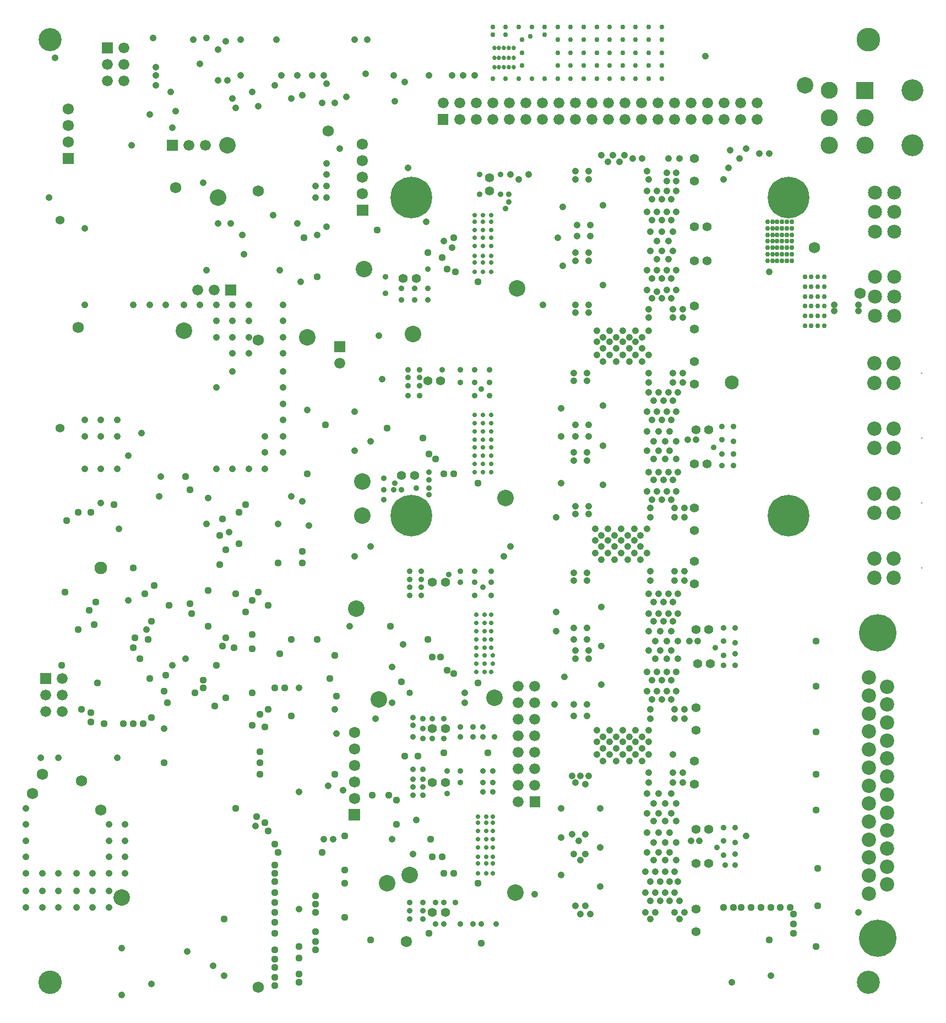
<source format=gbr>
G04 start of page 9 for group -4062 idx -4062 *
G04 Title: (unknown), soldermask *
G04 Creator: pcb 4.2.0 *
G04 CreationDate: Fri Sep 20 02:47:34 2019 UTC *
G04 For: doug *
G04 Format: Gerber/RS-274X *
G04 PCB-Dimensions (mil): 5602.36 6102.36 *
G04 PCB-Coordinate-Origin: lower left *
%MOIN*%
%FSLAX25Y25*%
%LNBOTTOMMASK*%
%ADD182C,0.0270*%
%ADD181C,0.0440*%
%ADD180C,0.0400*%
%ADD179C,0.0300*%
%ADD178C,0.0840*%
%ADD177C,0.0680*%
%ADD176C,0.0280*%
%ADD175C,0.0420*%
%ADD174C,0.0439*%
%ADD173C,0.0349*%
%ADD172C,0.0764*%
%ADD171C,0.1418*%
%ADD170C,0.2520*%
%ADD169C,0.1320*%
%ADD168C,0.1027*%
%ADD167C,0.1047*%
%ADD166C,0.1438*%
%ADD165C,0.0850*%
%ADD164C,0.0079*%
%ADD163C,0.0551*%
%ADD162C,0.0866*%
%ADD161C,0.2257*%
%ADD160C,0.0535*%
%ADD159C,0.0679*%
%ADD158C,0.0660*%
%ADD157C,0.1000*%
%ADD156C,0.0001*%
%ADD155C,0.1398*%
G54D155*X19685Y590551D03*
G54D156*G36*
X27118Y522094D02*Y515307D01*
X33906D01*
Y522094D01*
X27118D01*
G37*
G54D157*X126969Y526575D03*
X121063Y495079D03*
G54D156*G36*
X90204Y529875D02*Y523275D01*
X96804D01*
Y529875D01*
X90204D01*
G37*
G54D158*X103504Y526575D03*
X113504D03*
G54D159*X30512Y528701D03*
G54D160*X25591Y355315D03*
Y481299D03*
G54D159*X30512Y538701D03*
Y548701D03*
G54D156*G36*
X50834Y588930D02*Y582330D01*
X57434D01*
Y588930D01*
X50834D01*
G37*
G54D158*X64134Y585630D03*
X54134Y575630D03*
X64134D03*
X54134Y565630D03*
X64134D03*
G54D156*G36*
X125637Y442276D02*Y435676D01*
X132237D01*
Y442276D01*
X125637D01*
G37*
G54D158*X118937Y438976D03*
X108937D03*
G54D157*X100394Y414370D03*
G54D156*G36*
X191582Y407828D02*Y401228D01*
X198182D01*
Y407828D01*
X191582D01*
G37*
G54D158*X194882Y394528D03*
G54D157*X239173Y412402D03*
X302165Y439961D03*
X209646Y451772D03*
G54D158*X257362Y552244D03*
G54D156*G36*
X254062Y545544D02*Y538944D01*
X260662D01*
Y545544D01*
X254062D01*
G37*
G54D158*X267362Y552244D03*
Y542244D03*
X277362Y552244D03*
Y542244D03*
X287362Y552244D03*
Y542244D03*
X297362Y552244D03*
X307362D03*
X317362D03*
X297362Y542244D03*
X307362D03*
X317362D03*
X327362Y552244D03*
X337362D03*
X347362D03*
X357362D03*
X327362Y542244D03*
X337362D03*
X347362D03*
X357362D03*
X367362Y552244D03*
X377362D03*
X387362D03*
X397362D03*
X407362D03*
X367362Y542244D03*
X377362D03*
X387362D03*
X397362D03*
X407362D03*
G54D161*X520669Y46181D03*
G54D162*X515079Y73346D03*
Y84252D03*
X526260Y78799D03*
G54D155*X514764Y19685D03*
G54D162*X515079Y95157D03*
X526260Y89705D03*
G54D163*X410433Y91535D03*
X418307D03*
G54D164*X547244Y388583D03*
G54D162*X518425Y343307D03*
Y355118D03*
X530236D03*
Y343307D03*
G54D164*X547244Y349213D03*
G54D162*X518425Y382677D03*
Y394488D03*
X530236D03*
Y382677D03*
X518425Y303937D03*
Y264567D03*
Y276378D03*
G54D161*X520669Y231378D03*
G54D162*X530236Y315748D03*
G54D164*X547244Y309843D03*
G54D162*X530236Y303937D03*
Y276378D03*
Y264567D03*
G54D164*X547244Y270472D03*
G54D165*X530512Y423228D03*
Y435039D03*
Y446850D03*
G54D162*X515079Y116969D03*
Y127874D03*
Y138780D03*
Y149685D03*
Y160591D03*
Y171496D03*
Y182402D03*
Y193307D03*
Y204213D03*
G54D166*X514764Y590551D03*
G54D165*X518701Y423228D03*
Y435039D03*
Y446850D03*
G54D156*G36*
X507658Y564980D02*Y554706D01*
X517932D01*
Y564980D01*
X507658D01*
G37*
G54D167*X512795Y543307D03*
Y526772D03*
G54D168*X491142Y559843D03*
Y543307D03*
G54D167*Y526772D03*
G54D162*X515079Y106063D03*
X526260Y100610D03*
Y111516D03*
Y122421D03*
Y133327D03*
Y144232D03*
Y155138D03*
Y166043D03*
Y176949D03*
Y187854D03*
Y198760D03*
G54D163*X411417Y212598D03*
X419291D03*
G54D169*X541535Y559843D03*
Y526772D03*
G54D165*X518701Y474409D03*
Y486220D03*
Y498031D03*
X530512Y474409D03*
Y486220D03*
Y498031D03*
G54D158*X417362Y552244D03*
Y542244D03*
X427362Y552244D03*
Y542244D03*
X437362Y552244D03*
Y542244D03*
X447362Y552244D03*
Y542244D03*
G54D170*X238189Y495079D03*
G54D156*G36*
X205268Y490598D02*Y483811D01*
X212055D01*
Y490598D01*
X205268D01*
G37*
G54D159*X208661Y497205D03*
Y507205D03*
Y517205D03*
Y527205D03*
G54D157*X175197Y410433D03*
G54D163*X285433Y506890D03*
Y499016D03*
X233268Y445866D03*
X241142D03*
G54D170*X466535Y495079D03*
G54D163*X409449Y456693D03*
X417323D03*
X409449Y477362D03*
X417323D03*
X409449Y429134D03*
Y415354D03*
Y504921D03*
G54D157*X476378Y562992D03*
G54D171*X19685Y19685D03*
G54D157*X62992Y70866D03*
G54D156*G36*
X13432Y207040D02*Y200440D01*
X20032D01*
Y207040D01*
X13432D01*
G37*
G54D158*X26732Y203740D03*
X16732Y193740D03*
X26732D03*
X16732Y183740D03*
X26732D03*
G54D172*X50197Y270669D03*
G54D156*G36*
X200346Y124457D02*Y117669D01*
X207134D01*
Y124457D01*
X200346D01*
G37*
G54D163*X250984Y140748D03*
X258858D03*
G54D159*X203740Y131063D03*
Y141063D03*
Y151063D03*
Y161063D03*
Y171063D03*
G54D163*X250984Y173228D03*
X258858D03*
G54D157*X301181Y73819D03*
G54D163*X250984Y62008D03*
X258858D03*
G54D157*X237205Y84646D03*
X223425Y79724D03*
G54D158*X302992Y188937D03*
X312992Y198937D03*
X302992D03*
G54D163*X409449Y139764D03*
X410433Y63976D03*
Y50197D03*
Y112205D03*
X409449Y153543D03*
X410433Y172244D03*
G54D162*X518425Y315748D03*
G54D170*X238189Y302165D03*
X466535D03*
G54D163*X409449Y307087D03*
Y293307D03*
G54D157*X295276Y312992D03*
G54D163*X409449Y333661D03*
X232283Y326772D03*
X240157D03*
X417323Y333661D03*
X409449Y381890D03*
Y395669D03*
X410433Y354331D03*
X418307D03*
G54D157*X208661Y302165D03*
Y322835D03*
G54D163*X410433Y233268D03*
X418307D03*
X410433Y186024D03*
X418307Y112205D03*
X409449Y260827D03*
Y274606D03*
Y518701D03*
X248031Y383858D03*
X255906D03*
X250984Y261811D03*
X258858D03*
G54D157*X204724Y246063D03*
X288386Y191929D03*
X218504Y190945D03*
G54D156*G36*
X309692Y132237D02*Y125637D01*
X316292D01*
Y132237D01*
X309692D01*
G37*
G54D158*X302992Y128937D03*
X312992Y138937D03*
X302992D03*
X312992Y148937D03*
X302992D03*
X312992Y158937D03*
X302992D03*
X312992Y168937D03*
X302992D03*
X312992Y178937D03*
X302992D03*
X312992Y188937D03*
G54D173*X267717Y390748D03*
X276575D03*
X267717Y382874D03*
X285433Y390748D03*
Y382874D03*
X276575D03*
X280512Y378937D03*
X276575Y375000D03*
X285433D03*
X256890Y390748D03*
X236220Y375000D03*
X243110D03*
X236220Y380906D03*
G54D174*X249016Y339567D03*
X245079Y349409D03*
G54D173*X243110Y380906D03*
X236220Y385827D03*
X243110D03*
Y390748D03*
X236220D03*
X221457Y324803D03*
Y312008D03*
X222441Y446850D03*
Y437008D03*
G54D175*X220472Y384843D03*
X218504Y411417D03*
G54D174*X223425Y355315D03*
X252953Y336614D03*
G54D173*X228346Y321850D03*
X249016Y323819D03*
Y328740D03*
X232283Y317913D03*
X227362D03*
X221457D03*
X241142Y318898D03*
X249016D03*
Y314961D03*
G54D174*X263780Y327756D03*
X186024Y357283D03*
G54D175*X175197Y366142D03*
G54D174*X257874Y327756D03*
G54D175*X203740Y365157D03*
Y341535D03*
X213583Y347441D03*
G54D176*X276575Y363189D03*
X281496D03*
X276575Y358268D03*
X281496D03*
G54D174*X278543Y443898D03*
X175197Y327756D03*
G54D175*X172244Y311024D03*
X165354Y313976D03*
X176181Y296260D03*
G54D174*X145669Y255906D03*
G54D175*X157480Y297244D03*
X127953Y292323D03*
X203740Y277559D03*
X213583Y283465D03*
G54D176*X286417Y363189D03*
Y353346D03*
Y348425D03*
Y358268D03*
X276575Y353346D03*
X281496D03*
X276575Y348425D03*
X281496D03*
X276575Y343504D03*
X281496D03*
X286417D03*
X276575Y338583D03*
X281496D03*
X276575Y333661D03*
X281496D03*
X286417Y338583D03*
Y328740D03*
Y333661D03*
X276575Y328740D03*
X281496D03*
G54D174*X278543Y321850D03*
G54D173*X232283Y439961D03*
Y433071D03*
X240157D03*
Y439961D03*
X248031D03*
Y433071D03*
Y451772D03*
G54D174*X264764Y449803D03*
X256890Y458661D03*
X259843Y451772D03*
G54D175*X257874Y468504D03*
X262795Y464567D03*
G54D174*X248031Y461614D03*
G54D175*X247047Y480315D03*
G54D174*X217520Y475394D03*
G54D175*X236220Y512795D03*
G54D174*X263780Y470472D03*
G54D176*X276575Y475394D03*
Y480315D03*
X286417Y475394D03*
Y480315D03*
X281496Y475394D03*
Y470472D03*
Y480315D03*
X276575Y470472D03*
Y465551D03*
Y459646D03*
Y449803D03*
Y455709D03*
X286417Y470472D03*
Y465551D03*
Y459646D03*
Y449803D03*
Y455709D03*
X281496Y465551D03*
Y459646D03*
Y449803D03*
Y455709D03*
G54D174*X181102Y446850D03*
X173228Y470472D03*
G54D175*X171260Y443898D03*
G54D177*X145669Y499016D03*
G54D175*X154528Y484252D03*
X181102Y472441D03*
X169291Y479331D03*
X187008Y477362D03*
Y495079D03*
X180118D03*
X187008Y501969D03*
X180118D03*
X187008Y508858D03*
Y515748D03*
X160433Y400591D03*
Y389764D03*
Y379921D03*
Y370079D03*
Y360236D03*
Y350394D03*
Y340551D03*
X149606D03*
Y350394D03*
Y330709D03*
X128937Y479331D03*
X121063D03*
X114173Y450787D03*
X136811Y460630D03*
X135827Y472441D03*
G54D177*X145669Y408465D03*
G54D175*X160433Y430118D03*
Y420276D03*
Y410433D03*
X158465Y450787D03*
G54D173*X295276Y488189D03*
X297244Y492126D03*
Y497047D03*
X292323D03*
X279528Y508858D03*
X292323D03*
G54D175*X298228D03*
X303150Y505906D03*
X309055Y508858D03*
G54D173*X279528Y497047D03*
G54D176*X276575Y484252D03*
X286417D03*
X281496D03*
G54D175*X353346Y520669D03*
X357283Y516732D03*
X360236Y520669D03*
X364173Y516732D03*
X367126Y520669D03*
X372047Y518701D03*
X377953D03*
X337598Y510827D03*
X345472D03*
Y505906D03*
X337598D03*
X380906Y499016D03*
X383858Y494094D03*
X354331Y490157D03*
X380906Y510827D03*
X381890Y505906D03*
X380906Y486220D03*
X383858Y481299D03*
X382874Y474409D03*
X338583Y478346D03*
X346457D03*
Y471457D03*
X338583D03*
X326772Y470472D03*
X329724Y489173D03*
X349409Y279528D03*
X357283D03*
X365157D03*
X373031D03*
X298228Y283465D03*
X294291Y277559D03*
X369094Y275591D03*
X361220D03*
Y283465D03*
X353346Y275591D03*
X336614Y267717D03*
X344488D03*
Y262795D03*
X336614D03*
X361220Y290354D03*
X349409Y287402D03*
X357283D03*
X353346Y283465D03*
X349409Y294291D03*
X357283D03*
X353346Y290354D03*
X380906Y279528D03*
Y294291D03*
X382874Y301181D03*
X376969Y275591D03*
Y283465D03*
Y290354D03*
X365157Y287402D03*
X373031D03*
X369094Y283465D03*
X365157Y294291D03*
X373031D03*
X369094Y290354D03*
X382874Y268701D03*
Y262795D03*
X381890Y254921D03*
X382874Y307087D03*
X380906Y316929D03*
X383858Y312008D03*
X381890Y328740D03*
X384843Y323819D03*
X337598Y308071D03*
Y303150D03*
X345472Y308071D03*
Y303150D03*
X325787Y301181D03*
X328740Y321850D03*
X354331Y320866D03*
X381890Y388780D03*
Y382874D03*
X336614Y388780D03*
X344488D03*
Y383858D03*
X336614D03*
X354331Y369094D03*
Y395669D03*
X380906Y365157D03*
X383858Y360236D03*
X380906Y353346D03*
X384843Y347441D03*
X380906Y341535D03*
X384843Y336614D03*
X336614Y340551D03*
X344488D03*
Y335630D03*
X336614D03*
X354331Y344488D03*
X328740Y350394D03*
X337598Y357283D03*
X345472D03*
X337598Y350394D03*
X345472D03*
X328740Y367126D03*
X381890Y376969D03*
X384843Y372047D03*
X374016Y399606D03*
X381890D03*
X377953Y395669D03*
X370079D03*
X350394Y399606D03*
Y407480D03*
X358268D03*
X362205Y403543D03*
X354331D03*
X350394Y414370D03*
X354331Y410433D03*
X358268Y399606D03*
X366142D03*
X362205Y395669D03*
X374016Y407480D03*
X377953Y403543D03*
X370079D03*
X377953Y410433D03*
X358268Y414370D03*
X366142D03*
X374016D03*
X381890D03*
X366142Y407480D03*
X370079Y410433D03*
X362205D03*
X381890Y422244D03*
Y427165D03*
X380906Y438976D03*
X383858Y434055D03*
X380906Y450787D03*
X383858Y445866D03*
X382874Y462598D03*
X337598Y461614D03*
X345472D03*
Y456693D03*
X354331Y441929D03*
X337598Y456693D03*
X329724Y453740D03*
X345472Y430118D03*
X337598D03*
X317913D03*
X345472Y425197D03*
X337598D03*
X407480Y105315D03*
X406496Y226378D03*
X411417D03*
X405512Y348425D03*
X410433D03*
G54D173*X428150Y90551D03*
X427165Y217520D03*
Y211614D03*
X426181Y348425D03*
Y339567D03*
Y332677D03*
X421260Y343504D03*
G54D175*X403543Y185039D03*
X395669Y190945D03*
X392717Y195866D03*
X398622D03*
X395669Y202756D03*
X392717Y207677D03*
X398622D03*
X399606Y215551D03*
X392717D03*
X395669Y232283D03*
Y220472D03*
X393701Y243110D03*
X399606D03*
X396654Y238189D03*
X399606Y226378D03*
X392717D03*
X387795Y254921D03*
X393701D03*
X399606D03*
X396654Y250000D03*
X398622Y347441D03*
Y336614D03*
X391732Y347441D03*
X387795Y341535D03*
X394685D03*
X391732Y336614D03*
G54D173*X433071Y356299D03*
Y347441D03*
G54D175*X396654Y388780D03*
Y382874D03*
X402559D03*
Y388780D03*
X399606Y376969D03*
X396654Y372047D03*
X394685Y353346D03*
G54D178*X432087Y382874D03*
G54D179*X488189Y435039D03*
Y429134D03*
G54D175*X494094Y430118D03*
Y426181D03*
G54D179*X484252Y435039D03*
Y429134D03*
X480315D03*
X476378D03*
X488189Y423228D03*
X484252D03*
X488189Y417323D03*
X480315Y423228D03*
X476378D03*
X484252Y417323D03*
X480315D03*
X476378D03*
G54D175*X508858Y430118D03*
G54D177*X509843Y437008D03*
G54D175*X508858Y426181D03*
G54D173*X423228Y101378D03*
G54D175*X432087Y19685D03*
G54D174*X469488Y61024D03*
Y49213D03*
Y55118D03*
X483268Y41339D03*
X484252Y88583D03*
X467520Y64961D03*
G54D175*X508858Y62008D03*
G54D174*X484252Y65945D03*
X461614Y64961D03*
G54D175*X455709Y23622D03*
G54D174*X454724Y45276D03*
X455709Y64961D03*
X449803D03*
X443898D03*
X437992D03*
X433071D03*
X427165D03*
G54D175*X440945Y108268D03*
G54D174*X483268Y124016D03*
G54D175*X412402Y105315D03*
X396654Y140748D03*
X402559D03*
G54D173*X427165Y113189D03*
X434055D03*
X427165Y105315D03*
X434055Y104331D03*
Y97441D03*
X427165Y96457D03*
X434055Y90551D03*
Y211614D03*
G54D175*X396654Y157480D03*
Y146654D03*
X402559D03*
X397638Y185039D03*
Y179134D03*
X403543D03*
G54D174*X483268Y198819D03*
Y171260D03*
Y226378D03*
Y145669D03*
G54D173*X427165Y234252D03*
Y226378D03*
X422244Y222441D03*
X426181Y356299D03*
X434055Y234252D03*
Y225394D03*
Y218504D03*
X433071Y339567D03*
Y332677D03*
G54D175*X397638Y268701D03*
Y262795D03*
X403543D03*
Y268701D03*
X390748Y250000D03*
X386811Y316929D03*
X392717D03*
X389764Y312008D03*
X397638Y307087D03*
Y301181D03*
X403543D03*
Y307087D03*
X398622Y316929D03*
X395669Y312008D03*
X387795Y328740D03*
X393701D03*
X396654Y323819D03*
X390748D03*
X399606Y328740D03*
X398622Y365157D03*
X386811D03*
X392717D03*
X395669Y360236D03*
X389764D03*
X387795Y376969D03*
X393701D03*
X390748Y372047D03*
X387795Y353346D03*
G54D179*X488189Y446850D03*
X484252D03*
X488189Y440945D03*
X480315Y446850D03*
X476378D03*
X484252Y440945D03*
X480315D03*
X476378D03*
X480315Y435039D03*
X476378D03*
G54D177*X482283Y464567D03*
G54D175*X396654Y427165D03*
X402559D03*
X396654Y422244D03*
X402559D03*
X386811Y437992D03*
X392717Y438976D03*
X398622D03*
X395669Y434055D03*
X389764D03*
X386811Y450787D03*
X392717D03*
X395669Y445866D03*
X389764D03*
X398622Y450787D03*
Y486220D03*
X393701Y468504D03*
X389764Y462598D03*
X386811Y457677D03*
X396654Y462598D03*
X393701Y457677D03*
X386811Y486220D03*
X395669Y481299D03*
X389764D03*
Y474409D03*
X396654D03*
X386811Y468504D03*
Y499016D03*
X392717Y486220D03*
Y499016D03*
X398622D03*
X395669Y494094D03*
X389764D03*
G54D179*X462598Y456693D03*
Y460630D03*
X465551Y456693D03*
Y460630D03*
X462598Y464567D03*
X465551D03*
X459646D03*
X456693D03*
X468504D03*
X459646Y456693D03*
Y460630D03*
X456693Y456693D03*
Y460630D03*
X453740D03*
Y464567D03*
G54D175*X454724Y449803D03*
G54D179*X453740Y456693D03*
X468504D03*
Y460630D03*
X462598Y472441D03*
Y468504D03*
X465551Y472441D03*
Y468504D03*
X468504Y472441D03*
Y468504D03*
X462598Y480315D03*
Y476378D03*
X465551Y480315D03*
Y476378D03*
X468504Y480315D03*
Y476378D03*
X459646Y472441D03*
Y468504D03*
X456693Y472441D03*
Y468504D03*
X459646Y480315D03*
Y476378D03*
X456693Y480315D03*
Y476378D03*
X453740Y472441D03*
Y476378D03*
Y468504D03*
Y480315D03*
X389764Y598425D03*
Y590551D03*
Y582677D03*
G54D175*X416339Y580709D03*
G54D179*X389764Y574803D03*
Y566929D03*
G54D175*X393701Y518701D03*
X400591D03*
X392717Y509843D03*
X398622D03*
Y504921D03*
X392717D03*
X454724Y521654D03*
X448819D03*
X440945Y524606D03*
X437008Y518701D03*
X431102Y523622D03*
X430118Y512795D03*
X427165Y505906D03*
G54D173*X237205Y67913D03*
X239173Y148622D03*
Y142717D03*
Y137795D03*
Y132874D03*
X245079Y62992D03*
Y58071D03*
Y148622D03*
Y142717D03*
Y137795D03*
Y132874D03*
X267717Y140748D03*
X259843Y133858D03*
G54D174*X263780Y85630D03*
X256890Y95472D03*
X250984D03*
X257874Y85630D03*
X250000Y106299D03*
G54D175*X241142Y118110D03*
X239173Y97441D03*
G54D173*X264764Y67913D03*
X257874D03*
Y55118D03*
X267717D03*
X275591D03*
X280512D03*
X289370D03*
X252953D03*
X245079Y67913D03*
X252953D03*
G54D174*X249016Y49213D03*
G54D173*X237205Y62992D03*
Y58071D03*
G54D159*X235236Y44291D03*
G54D174*X280512Y43307D03*
X278543Y79724D03*
X213583Y45276D03*
X155512Y22638D03*
X170276Y24606D03*
Y34449D03*
Y19685D03*
X155512Y33465D03*
Y28543D03*
Y39370D03*
Y49213D03*
Y56102D03*
X170276Y41339D03*
X180118Y44291D03*
Y50197D03*
Y62008D03*
Y39370D03*
X155512Y17717D03*
G54D177*X145669Y16732D03*
G54D174*X197835Y87598D03*
Y79724D03*
Y59055D03*
X229331Y115157D03*
X197835Y108268D03*
X224409Y132874D03*
X214567D03*
X229331Y129921D03*
X191929Y145669D03*
G54D175*X187992Y138780D03*
X196850Y135827D03*
X190945Y106299D03*
X226378D03*
G54D174*X180118Y66929D03*
G54D175*X170276Y63976D03*
G54D174*X155512Y85630D03*
Y90551D03*
X157480Y98425D03*
X155512Y103346D03*
X180118Y71850D03*
X184055Y98425D03*
X155512Y62008D03*
Y67913D03*
Y73819D03*
Y80709D03*
G54D175*X170276Y134843D03*
X185039Y106299D03*
G54D174*X78740Y227362D03*
X80709Y238189D03*
X70866Y228346D03*
G54D175*X77756Y233268D03*
G54D174*X48228Y200787D03*
X79724Y203740D03*
X73819Y215551D03*
X69882Y222441D03*
X130906D03*
X141732Y230315D03*
X125984Y228346D03*
X112205Y202756D03*
Y197835D03*
X107283Y194882D03*
X161417Y197835D03*
X141732Y194882D03*
X88583Y195866D03*
X141732Y221457D03*
X158465Y218504D03*
X115157Y235236D03*
X124016Y223425D03*
G54D175*X93504Y211614D03*
X101378Y215551D03*
G54D174*X28543Y255906D03*
X26575Y211614D03*
X44291Y177165D03*
X52165Y176181D03*
X63976D03*
X69882D03*
X75787D03*
X80709Y180118D03*
X47244Y250000D03*
X43307Y245079D03*
X46260Y236220D03*
X36417Y233268D03*
X141732Y175197D03*
X165354Y181102D03*
X119094Y187008D03*
X146654Y182087D03*
X151575Y185039D03*
X120079Y211614D03*
X89567Y205709D03*
X90551Y188976D03*
X88583Y152559D03*
G54D175*Y173228D03*
G54D174*X125984Y191929D03*
G54D173*X287402Y140748D03*
Y134843D03*
X288386Y168307D03*
G54D174*X263780Y206693D03*
X284449Y158465D03*
G54D176*X277559Y207677D03*
G54D174*X278543Y200787D03*
G54D175*X270669Y188976D03*
Y194882D03*
G54D173*X267717Y174213D03*
X281496D03*
G54D176*X286417Y207677D03*
X282480D03*
G54D173*X237205Y253937D03*
Y258858D03*
Y263780D03*
Y268701D03*
G54D180*Y194882D03*
G54D173*X244094Y253937D03*
Y258858D03*
Y263780D03*
Y268701D03*
G54D174*X181102Y227362D03*
G54D175*X191929Y185039D03*
X226378Y188976D03*
X216535Y179134D03*
G54D174*X225394Y235236D03*
X191929Y217520D03*
G54D175*X200787Y235236D03*
X233268Y224409D03*
X226378Y210630D03*
X192913Y170276D03*
G54D174*X155512Y197835D03*
G54D175*X170276D03*
G54D174*X131890Y125000D03*
X151575Y111220D03*
X149606Y116142D03*
X144685Y120079D03*
G54D175*X143701Y114173D03*
G54D174*X141732Y250984D03*
X165354Y227362D03*
X149606Y174213D03*
X146654Y145669D03*
Y159449D03*
Y152559D03*
G54D173*X260827Y266732D03*
X267717Y268701D03*
X276575D03*
Y261811D03*
X267717D03*
X281496Y258858D03*
X276575Y253937D03*
G54D176*X277559Y242126D03*
G54D173*X286417Y268701D03*
Y261811D03*
Y253937D03*
G54D176*Y242126D03*
X282480D03*
X286417Y232283D03*
X282480D03*
X286417Y227362D03*
X282480D03*
X286417Y222441D03*
X282480D03*
X287402Y217520D03*
X282480D03*
X286417Y237205D03*
X282480D03*
X287402Y212598D03*
X282480D03*
G54D173*X267717Y168307D03*
X275591D03*
X281496D03*
X275591Y174213D03*
X257874Y179134D03*
Y167323D03*
X245079Y179134D03*
X250984D03*
G54D174*X255906Y216535D03*
X248031Y227362D03*
X250984Y216535D03*
X259843Y208661D03*
G54D173*X245079Y173228D03*
Y167323D03*
X250984D03*
G54D174*X234252Y156496D03*
X242126D03*
G54D176*X277559Y232283D03*
Y227362D03*
Y222441D03*
Y217520D03*
Y237205D03*
Y212598D03*
G54D174*X257874Y158465D03*
X29528Y299213D03*
X44291Y304134D03*
X58071Y309055D03*
X36417Y304134D03*
G54D175*X129921Y330709D03*
X85630Y313976D03*
X86614Y325787D03*
G54D177*X36417Y416339D03*
G54D175*X40354Y430118D03*
X69882D03*
X79724D03*
X89567D03*
X100394D03*
X110236D03*
X120079D03*
X129921D03*
X139764D03*
Y400591D03*
Y420276D03*
X129921D03*
X139764Y410433D03*
X120079Y420276D03*
Y410433D03*
X129921D03*
Y400591D03*
Y389764D03*
X120079Y379921D03*
X74803Y352362D03*
X60039Y350394D03*
Y360236D03*
X66929Y338583D03*
X60039Y330709D03*
X50197D03*
X40354D03*
X139764D03*
X120079D03*
X40354Y350394D03*
X50197D03*
Y360236D03*
X40354D03*
G54D173*X239173Y180118D03*
Y175197D03*
Y168307D03*
G54D174*X188976Y203740D03*
X232283Y201772D03*
X192913Y192913D03*
X122047Y272638D03*
X105315Y243110D03*
X131890Y254921D03*
X137795Y244094D03*
X104331Y249016D03*
X115157Y256890D03*
X125984Y281496D03*
X133858Y285433D03*
X122047Y290354D03*
X124016Y300197D03*
X101378Y325787D03*
X104331Y317913D03*
G54D175*X115157Y312992D03*
X114173Y297244D03*
G54D174*X151575Y248031D03*
X157480Y273622D03*
X172244D03*
X133858Y304134D03*
X137795Y309055D03*
X172244Y280512D03*
X82677Y259843D03*
X91535Y248031D03*
G54D175*X50197Y310039D03*
X61024Y294291D03*
G54D174*X69882Y270669D03*
X76772Y254921D03*
G54D175*X66929Y250984D03*
G54D174*X38386Y185039D03*
G54D177*Y141732D03*
G54D174*X44291Y183071D03*
G54D177*X50197Y124016D03*
X8858Y133858D03*
X14764Y145669D03*
G54D175*X4921Y125000D03*
X13780Y155512D03*
X24606D03*
X60039D03*
X4921Y115157D03*
Y105315D03*
Y95472D03*
Y85630D03*
Y74803D03*
X24606D03*
X14764D03*
Y85630D03*
X24606D03*
X4921Y64961D03*
X14764D03*
X24606D03*
X35433D03*
X45276D03*
X55118D03*
Y74803D03*
Y85630D03*
X64961D03*
Y95472D03*
Y105315D03*
Y115157D03*
X55118D03*
Y105315D03*
Y95472D03*
X45276Y85630D03*
Y74803D03*
X35433D03*
Y85630D03*
X62992Y11811D03*
X80709Y18701D03*
X62992Y40354D03*
X118110Y29528D03*
X102362Y38386D03*
G54D181*X125000Y58071D03*
G54D175*Y23622D03*
G54D173*X259843Y147638D03*
X267717D03*
X281496D03*
X287402D03*
X281496Y140748D03*
Y134843D03*
G54D176*X278543Y120079D03*
X287402D03*
X283465D03*
X278543Y116142D03*
X287402D03*
X283465D03*
X278543Y111220D03*
X287402D03*
X283465D03*
X278543Y106299D03*
X287402D03*
X283465D03*
X278543Y101378D03*
Y95472D03*
Y85630D03*
Y91535D03*
X287402Y101378D03*
X283465D03*
X287402Y95472D03*
X283465D03*
X287402Y85630D03*
X283465D03*
X287402Y91535D03*
X283465D03*
G54D175*X312992Y72835D03*
X340551Y61024D03*
X346457D03*
X343504Y65945D03*
X337598D03*
X379921Y73819D03*
Y62008D03*
X382874Y58071D03*
X385827Y62008D03*
Y73819D03*
X391732D03*
Y86614D03*
X397638D03*
X399606Y80709D03*
X394685D03*
X388780D03*
X397638Y73819D03*
Y62008D03*
X400591Y58071D03*
X403543Y62008D03*
X400591Y68898D03*
X394685D03*
X388780D03*
X382874D03*
X328740Y84646D03*
X352362Y77756D03*
X336614Y97441D03*
X340551Y93504D03*
X343504Y97441D03*
X379921Y86614D03*
X385827D03*
X382874Y80709D03*
X394685Y98425D03*
X398622Y93504D03*
X391732D03*
X384843D03*
X380906Y110236D03*
X387795D03*
X394685D03*
X398622Y104331D03*
X391732D03*
X384843D03*
X380906Y98425D03*
Y133858D03*
Y122047D03*
X387795Y98425D03*
Y133858D03*
X384843Y127953D03*
X387795Y122047D03*
X384843Y117126D03*
X395669Y133858D03*
X398622Y127953D03*
X391732D03*
X395669Y122047D03*
X398622Y117126D03*
X391732D03*
X381890Y140748D03*
X352362Y125000D03*
X328740D03*
X352362Y101378D03*
X328740Y107283D03*
X335630Y109252D03*
X343504D03*
X339567Y105315D03*
X335630Y144685D03*
X340551D03*
X345472D03*
X343504Y139764D03*
X337598Y140748D03*
X354331Y153543D03*
X350394Y157480D03*
X358268D03*
X354331Y161417D03*
X366142Y157480D03*
X374016D03*
X381890D03*
X377953Y153543D03*
X370079D03*
X362205D03*
Y161417D03*
X370079D03*
X381890Y146654D03*
X366142Y165354D03*
X374016D03*
X381890D03*
X377953Y161417D03*
Y168307D03*
X366142Y172244D03*
X370079Y168307D03*
X362205D03*
X374016Y172244D03*
X381890D03*
X382874Y185039D03*
Y179134D03*
X350394Y165354D03*
X358268D03*
X350394Y172244D03*
X358268D03*
X354331Y168307D03*
X336614Y187992D03*
X344488D03*
X324803D03*
X344488Y181102D03*
X336614D03*
X380906Y195866D03*
X386811D03*
X389764Y190945D03*
X383858D03*
X380906Y207677D03*
X386811D03*
X389764Y202756D03*
X383858D03*
X381890Y232283D03*
Y243110D03*
X384843Y238189D03*
Y250000D03*
X388780Y232283D03*
X387795Y243110D03*
X390748Y238189D03*
X385827Y226378D03*
Y215551D03*
X381890Y220472D03*
X388780D03*
X337598D03*
Y215551D03*
X336614Y227362D03*
X330709Y204724D03*
X345472Y220472D03*
Y215551D03*
X344488Y234252D03*
Y227362D03*
X353346Y223425D03*
Y199803D03*
X336614Y234252D03*
X325787Y232283D03*
Y244094D03*
X353346Y247047D03*
G54D179*X342520Y598425D03*
X350394D03*
X358268D03*
X366142D03*
X374016D03*
X381890D03*
X287402D03*
X295276D03*
X287402Y593504D03*
X295276D03*
X303150Y598425D03*
X305118Y590551D03*
X310039Y592520D03*
X318898Y593504D03*
X305118Y582677D03*
X287402Y566929D03*
G54D175*X276575Y568898D03*
X269685D03*
X262795D03*
G54D182*X297244Y585630D03*
X300197D03*
X294291D03*
X291339D03*
X288386D03*
X297244Y579724D03*
X300197D03*
X294291D03*
X291339D03*
X288386D03*
X297244Y573819D03*
X300197D03*
X294291D03*
X291339D03*
X288386D03*
G54D179*X326772Y590551D03*
Y582677D03*
X334646Y590551D03*
Y582677D03*
X342520D03*
Y590551D03*
X350394D03*
X358268D03*
X366142D03*
X374016D03*
X381890D03*
X350394Y582677D03*
X358268D03*
X366142D03*
X374016D03*
X381890D03*
X311024Y598425D03*
X318898D03*
X326772D03*
X334646D03*
X305118Y574803D03*
X295276Y566929D03*
X303150D03*
X311024D03*
X318898D03*
X326772D03*
X334646D03*
X342520D03*
X350394D03*
X358268D03*
X366142D03*
X374016D03*
X381890D03*
G54D175*X169291Y568898D03*
X159449D03*
X155512Y562992D03*
X83661Y568898D03*
Y562992D03*
X92520Y559055D03*
X134843Y568898D03*
X126969Y565945D03*
X121063D03*
X141732Y559055D03*
X145669Y550197D03*
X131890Y549213D03*
X95472Y547244D03*
X93504Y537402D03*
G54D177*X95472Y500984D03*
G54D175*X112205Y503937D03*
X68898Y526575D03*
X194882Y524606D03*
G54D177*X187992Y535433D03*
G54D175*X79724Y545276D03*
X40354Y476378D03*
X18701Y495079D03*
G54D179*X326772Y574803D03*
X334646D03*
X342520D03*
X350394D03*
X358268D03*
X366142D03*
X374016D03*
X381890D03*
G54D175*X22638Y579724D03*
X121063Y584646D03*
X110236Y575787D03*
X83661Y573819D03*
X249016Y568898D03*
X227362D03*
X210630Y569882D03*
X185039Y568898D03*
X178150D03*
X187008Y563976D03*
X234252Y564961D03*
X228346Y553150D03*
X198819Y556102D03*
X191929Y552165D03*
X165354Y555118D03*
X172244Y557087D03*
X129921Y555118D03*
X184055Y552165D03*
X81693Y591535D03*
X106299Y590551D03*
X114173Y591535D03*
X134843Y590551D03*
X125984Y589567D03*
X156496Y590551D03*
X203740D03*
X211614D03*
M02*

</source>
